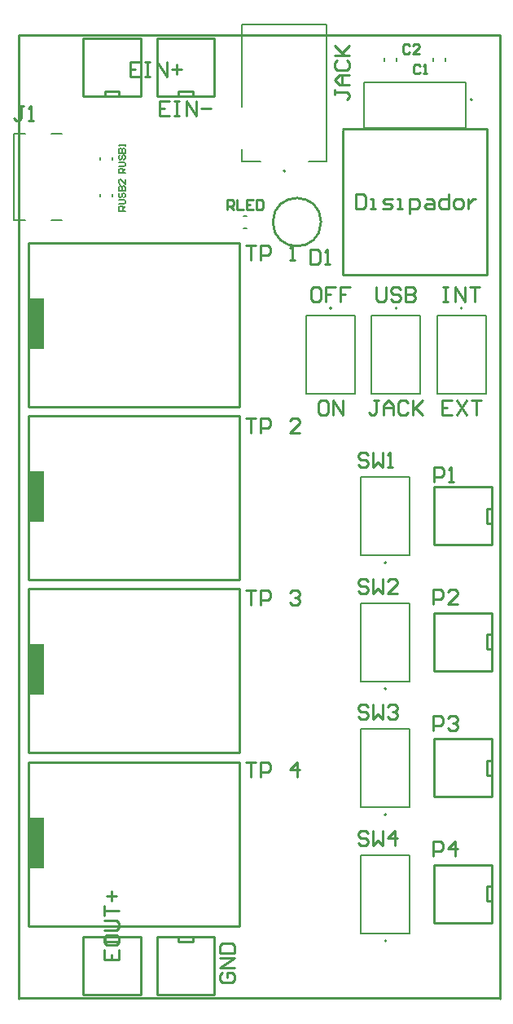
<source format=gbr>
G04*
G04 #@! TF.GenerationSoftware,Altium Limited,Altium Designer,24.2.2 (26)*
G04*
G04 Layer_Color=65535*
%FSLAX44Y44*%
%MOMM*%
G71*
G04*
G04 #@! TF.SameCoordinates,D122A20A-D054-46DF-A371-D1266C08E9A0*
G04*
G04*
G04 #@! TF.FilePolarity,Positive*
G04*
G01*
G75*
%ADD10C,0.2000*%
%ADD11C,0.2540*%
%ADD12C,0.1270*%
%ADD13C,0.1524*%
%ADD14C,0.1500*%
%ADD15R,1.6510X5.3340*%
D10*
X393000Y717550D02*
G03*
X393000Y717550I-1000J0D01*
G01*
X382000Y453182D02*
G03*
X382000Y453182I-1000J0D01*
G01*
X277000Y859999D02*
G03*
X277000Y859999I-1000J0D01*
G01*
X461000Y717550D02*
G03*
X461000Y717550I-1000J0D01*
G01*
X325000D02*
G03*
X325000Y717550I-1000J0D01*
G01*
X382000Y60662D02*
G03*
X382000Y60662I-1000J0D01*
G01*
Y191502D02*
G03*
X382000Y191502I-1000J0D01*
G01*
Y322342D02*
G03*
X382000Y322342I-1000J0D01*
G01*
X471100Y934000D02*
G03*
X471100Y934000I-1000J0D01*
G01*
D11*
X314000Y807000D02*
G03*
X314000Y807000I-25000J0D01*
G01*
X500000Y794D02*
Y1000794D01*
X0Y1000D02*
X500000D01*
X0Y1000999D02*
X500000D01*
X336460Y752382D02*
Y902382D01*
Y752382D02*
X486208D01*
Y903608D01*
X336834D02*
X486208D01*
X0Y794D02*
Y1000794D01*
X143300Y998000D02*
X203300D01*
Y938000D02*
Y998000D01*
X143300Y938000D02*
X203300D01*
X143300D02*
Y998000D01*
X165800Y938000D02*
Y943000D01*
X180800D01*
Y938000D02*
Y943000D01*
X66743Y5000D02*
X126743D01*
X66743D02*
Y65000D01*
X126743D01*
Y5000D02*
Y65000D01*
X104243Y60000D02*
Y65000D01*
X89243Y60000D02*
X104243D01*
X89243D02*
Y65000D01*
X143300Y5000D02*
X203300D01*
X143300D02*
Y65000D01*
X203300D01*
Y5000D02*
Y65000D01*
X180800Y60000D02*
Y65000D01*
X165800Y60000D02*
X180800D01*
X165800D02*
Y65000D01*
X66743Y998000D02*
X126743D01*
Y938000D02*
Y998000D01*
X66743Y938000D02*
X126743D01*
X66743D02*
Y998000D01*
X89243Y938000D02*
Y943000D01*
X104243D01*
Y938000D02*
Y943000D01*
X9500Y76142D02*
X229500D01*
X9500D02*
Y246142D01*
X229500D01*
Y76142D02*
Y246142D01*
Y255928D02*
Y425928D01*
X9500D02*
X229500D01*
X9500Y255928D02*
Y425928D01*
Y255928D02*
X229500D01*
Y435714D02*
Y605713D01*
X9500D02*
X229500D01*
X9500Y435714D02*
Y605713D01*
Y435714D02*
X229500D01*
X486500Y247720D02*
X491500D01*
X486500Y232720D02*
Y247720D01*
Y232720D02*
X491500D01*
X431500Y210220D02*
X491500D01*
Y270220D01*
X431500D02*
X491500D01*
X431500Y210220D02*
Y270220D01*
X486500Y378560D02*
X491500D01*
X486500Y363559D02*
Y378560D01*
Y363559D02*
X491500D01*
X431500Y341060D02*
X491500D01*
Y401060D01*
X431500D02*
X491500D01*
X431500Y341060D02*
Y401060D01*
Y471900D02*
Y531900D01*
X491500D01*
Y471900D02*
Y531900D01*
X431500Y471900D02*
X491500D01*
X486500Y494399D02*
X491500D01*
X486500D02*
Y509400D01*
X491500D01*
X229500Y615500D02*
Y785499D01*
X9500D02*
X229500D01*
X9500Y615500D02*
Y785499D01*
Y615500D02*
X229500D01*
X431500Y79380D02*
Y139380D01*
X491500D01*
Y79380D02*
Y139380D01*
X431500Y79380D02*
X491500D01*
X486500Y101880D02*
X491500D01*
X486500D02*
Y116880D01*
X491500D01*
X440956Y739775D02*
X446035D01*
X443495D01*
Y724540D01*
X440956D01*
X446035D01*
X453652D02*
Y739775D01*
X463809Y724540D01*
Y739775D01*
X468887D02*
X479044D01*
X473965D01*
Y724540D01*
X371687Y739775D02*
Y727079D01*
X374226Y724540D01*
X379304D01*
X381843Y727079D01*
Y739775D01*
X397078Y737236D02*
X394539Y739775D01*
X389461D01*
X386922Y737236D01*
Y734697D01*
X389461Y732158D01*
X394539D01*
X397078Y729618D01*
Y727079D01*
X394539Y724540D01*
X389461D01*
X386922Y727079D01*
X402157Y739775D02*
Y724540D01*
X409774D01*
X412313Y727079D01*
Y729618D01*
X409774Y732158D01*
X402157D01*
X409774D01*
X412313Y734697D01*
Y737236D01*
X409774Y739775D01*
X402157D01*
X311304D02*
X306226D01*
X303687Y737236D01*
Y727079D01*
X306226Y724540D01*
X311304D01*
X313843Y727079D01*
Y737236D01*
X311304Y739775D01*
X329078D02*
X318922D01*
Y732158D01*
X324000D01*
X318922D01*
Y724540D01*
X344314Y739775D02*
X334157D01*
Y732158D01*
X339235D01*
X334157D01*
Y724540D01*
X449843Y621775D02*
X439687D01*
Y606540D01*
X449843D01*
X439687Y614157D02*
X444765D01*
X454922Y621775D02*
X465078Y606540D01*
Y621775D02*
X454922Y606540D01*
X470157Y621775D02*
X480313D01*
X475235D01*
Y606540D01*
X374226Y621775D02*
X369147D01*
X371687D01*
Y609079D01*
X369147Y606540D01*
X366608D01*
X364069Y609079D01*
X379304Y606540D02*
Y616697D01*
X384383Y621775D01*
X389461Y616697D01*
Y606540D01*
Y614157D01*
X379304D01*
X404696Y619236D02*
X402157Y621775D01*
X397078D01*
X394539Y619236D01*
Y609079D01*
X397078Y606540D01*
X402157D01*
X404696Y609079D01*
X409774Y621775D02*
Y606540D01*
Y611618D01*
X419931Y621775D01*
X412313Y614157D01*
X419931Y606540D01*
X318932Y621775D02*
X313854D01*
X311315Y619236D01*
Y609079D01*
X313854Y606540D01*
X318932D01*
X321471Y609079D01*
Y619236D01*
X318932Y621775D01*
X326550Y606540D02*
Y621775D01*
X336706Y606540D01*
Y621775D01*
X350000Y836235D02*
Y821000D01*
X357617D01*
X360157Y823539D01*
Y833696D01*
X357617Y836235D01*
X350000D01*
X365235Y821000D02*
X370313D01*
X367774D01*
Y831157D01*
X365235D01*
X377931Y821000D02*
X385549D01*
X388088Y823539D01*
X385549Y826078D01*
X380470D01*
X377931Y828617D01*
X380470Y831157D01*
X388088D01*
X393166Y821000D02*
X398244D01*
X395705D01*
Y831157D01*
X393166D01*
X405862Y815922D02*
Y831157D01*
X413479D01*
X416019Y828617D01*
Y823539D01*
X413479Y821000D01*
X405862D01*
X423636Y831157D02*
X428714D01*
X431254Y828617D01*
Y821000D01*
X423636D01*
X421097Y823539D01*
X423636Y826078D01*
X431254D01*
X446489Y836235D02*
Y821000D01*
X438871D01*
X436332Y823539D01*
Y828617D01*
X438871Y831157D01*
X446489D01*
X454106Y821000D02*
X459185D01*
X461724Y823539D01*
Y828617D01*
X459185Y831157D01*
X454106D01*
X451567Y828617D01*
Y823539D01*
X454106Y821000D01*
X466802Y831157D02*
Y821000D01*
Y826078D01*
X469341Y828617D01*
X471880Y831157D01*
X474420D01*
X211764Y27696D02*
X209225Y25157D01*
Y20079D01*
X211764Y17540D01*
X221921D01*
X224460Y20079D01*
Y25157D01*
X221921Y27696D01*
X216842D01*
Y22618D01*
X224460Y32775D02*
X209225D01*
X224460Y42931D01*
X209225D01*
Y48010D02*
X224460D01*
Y55627D01*
X221921Y58166D01*
X211764D01*
X209225Y55627D01*
Y48010D01*
X4394Y927715D02*
X-684D01*
X1855D01*
Y915019D01*
X-684Y912480D01*
X-3223D01*
X-5763Y915019D01*
X9472Y912480D02*
X14551D01*
X12012D01*
Y927715D01*
X9472Y925175D01*
X328382Y944226D02*
Y939147D01*
Y941687D01*
X341078D01*
X343618Y939147D01*
Y936608D01*
X341078Y934069D01*
X343618Y949304D02*
X333461D01*
X328382Y954382D01*
X333461Y959461D01*
X343618D01*
X336000D01*
Y949304D01*
X330922Y974696D02*
X328382Y972157D01*
Y967078D01*
X330922Y964539D01*
X341078D01*
X343618Y967078D01*
Y972157D01*
X341078Y974696D01*
X328382Y979774D02*
X343618D01*
X338539D01*
X328382Y989931D01*
X336000Y982313D01*
X343618Y989931D01*
X363217Y172418D02*
X360677Y174957D01*
X355599D01*
X353060Y172418D01*
Y169879D01*
X355599Y167339D01*
X360677D01*
X363217Y164800D01*
Y162261D01*
X360677Y159722D01*
X355599D01*
X353060Y162261D01*
X368295Y174957D02*
Y159722D01*
X373373Y164800D01*
X378452Y159722D01*
Y174957D01*
X391148Y159722D02*
Y174957D01*
X383530Y167339D01*
X393687D01*
X363185Y303244D02*
X360645Y305783D01*
X355567D01*
X353028Y303244D01*
Y300705D01*
X355567Y298165D01*
X360645D01*
X363185Y295626D01*
Y293087D01*
X360645Y290548D01*
X355567D01*
X353028Y293087D01*
X368263Y305783D02*
Y290548D01*
X373341Y295626D01*
X378420Y290548D01*
Y305783D01*
X383498Y303244D02*
X386037Y305783D01*
X391116D01*
X393655Y303244D01*
Y300705D01*
X391116Y298165D01*
X388577D01*
X391116D01*
X393655Y295626D01*
Y293087D01*
X391116Y290548D01*
X386037D01*
X383498Y293087D01*
X363217Y434326D02*
X360677Y436865D01*
X355599D01*
X353060Y434326D01*
Y431786D01*
X355599Y429247D01*
X360677D01*
X363217Y426708D01*
Y424169D01*
X360677Y421630D01*
X355599D01*
X353060Y424169D01*
X368295Y436865D02*
Y421630D01*
X373373Y426708D01*
X378452Y421630D01*
Y436865D01*
X393687Y421630D02*
X383530D01*
X393687Y431786D01*
Y434326D01*
X391148Y436865D01*
X386069D01*
X383530Y434326D01*
X363169Y564974D02*
X360630Y567513D01*
X355551D01*
X353012Y564974D01*
Y562435D01*
X355551Y559895D01*
X360630D01*
X363169Y557356D01*
Y554817D01*
X360630Y552278D01*
X355551D01*
X353012Y554817D01*
X368247Y567513D02*
Y552278D01*
X373325Y557356D01*
X378404Y552278D01*
Y567513D01*
X383482Y552278D02*
X388560D01*
X386021D01*
Y567513D01*
X383482Y564974D01*
X125539Y973617D02*
X115382D01*
Y958382D01*
X125539D01*
X115382Y966000D02*
X120461D01*
X130617Y973617D02*
X135696D01*
X133156D01*
Y958382D01*
X130617D01*
X135696D01*
X143313D02*
Y973617D01*
X153470Y958382D01*
Y973617D01*
X158548Y966000D02*
X168705D01*
X163626Y971078D02*
Y960922D01*
X156495Y932617D02*
X146339D01*
Y917383D01*
X156495D01*
X146339Y925000D02*
X151417D01*
X161574Y932617D02*
X166652D01*
X164113D01*
Y917383D01*
X161574D01*
X166652D01*
X174270D02*
Y932617D01*
X184426Y917383D01*
Y932617D01*
X189505Y925000D02*
X199661D01*
X88869Y51608D02*
Y41451D01*
X104105D01*
Y51608D01*
X96487Y41451D02*
Y46529D01*
X88869Y64304D02*
Y59225D01*
X91409Y56686D01*
X101565D01*
X104105Y59225D01*
Y64304D01*
X101565Y66843D01*
X91409D01*
X88869Y64304D01*
Y71921D02*
X101565D01*
X104105Y74461D01*
Y79539D01*
X101565Y82078D01*
X88869D01*
Y87156D02*
Y97313D01*
Y92235D01*
X104105D01*
X96487Y102391D02*
Y112548D01*
X91409Y107470D02*
X101565D01*
X216673Y820002D02*
Y829998D01*
X221671D01*
X223337Y828332D01*
Y825000D01*
X221671Y823334D01*
X216673D01*
X220005D02*
X223337Y820002D01*
X226669Y829998D02*
Y820002D01*
X233334D01*
X243331Y829998D02*
X236666D01*
Y820002D01*
X243331D01*
X236666Y825000D02*
X239998D01*
X246663Y829998D02*
Y820002D01*
X251661D01*
X253327Y821668D01*
Y828332D01*
X251661Y829998D01*
X246663D01*
X406334Y990332D02*
X404668Y991998D01*
X401335D01*
X399669Y990332D01*
Y983668D01*
X401335Y982002D01*
X404668D01*
X406334Y983668D01*
X416331Y982002D02*
X409666D01*
X416331Y988666D01*
Y990332D01*
X414664Y991998D01*
X411332D01*
X409666Y990332D01*
X417000Y969332D02*
X415334Y970998D01*
X412002D01*
X410336Y969332D01*
Y962668D01*
X412002Y961002D01*
X415334D01*
X417000Y962668D01*
X420332Y961002D02*
X423665D01*
X421998D01*
Y970998D01*
X420332Y969332D01*
X236069Y245617D02*
X246226D01*
X241147D01*
Y230382D01*
X251304D02*
Y245617D01*
X258922D01*
X261461Y243078D01*
Y237999D01*
X258922Y235460D01*
X251304D01*
X289392Y230382D02*
Y245617D01*
X281774Y237999D01*
X291931D01*
X236069Y424950D02*
X246226D01*
X241147D01*
Y409715D01*
X251304D02*
Y424950D01*
X258922D01*
X261461Y422411D01*
Y417333D01*
X258922Y414794D01*
X251304D01*
X281774Y422411D02*
X284314Y424950D01*
X289392D01*
X291931Y422411D01*
Y419872D01*
X289392Y417333D01*
X286853D01*
X289392D01*
X291931Y414794D01*
Y412254D01*
X289392Y409715D01*
X284314D01*
X281774Y412254D01*
X236069Y603284D02*
X246226D01*
X241147D01*
Y588049D01*
X251304D02*
Y603284D01*
X258922D01*
X261461Y600745D01*
Y595666D01*
X258922Y593127D01*
X251304D01*
X291931Y588049D02*
X281774D01*
X291931Y598205D01*
Y600745D01*
X289392Y603284D01*
X284314D01*
X281774Y600745D01*
X235608Y782617D02*
X245765D01*
X240687D01*
Y767382D01*
X250843D02*
Y782617D01*
X258461D01*
X261000Y780078D01*
Y775000D01*
X258461Y772460D01*
X250843D01*
X281313Y767382D02*
X286392D01*
X283853D01*
Y782617D01*
X281313Y780078D01*
X430784Y148194D02*
Y163429D01*
X438401D01*
X440941Y160889D01*
Y155811D01*
X438401Y153272D01*
X430784D01*
X453637Y148194D02*
Y163429D01*
X446019Y155811D01*
X456176D01*
X430784Y279132D02*
Y294367D01*
X438401D01*
X440941Y291828D01*
Y286749D01*
X438401Y284210D01*
X430784D01*
X446019Y291828D02*
X448558Y294367D01*
X453637D01*
X456176Y291828D01*
Y289288D01*
X453637Y286749D01*
X451097D01*
X453637D01*
X456176Y284210D01*
Y281671D01*
X453637Y279132D01*
X448558D01*
X446019Y281671D01*
X430784Y410070D02*
Y425305D01*
X438401D01*
X440941Y422766D01*
Y417687D01*
X438401Y415148D01*
X430784D01*
X456176Y410070D02*
X446019D01*
X456176Y420226D01*
Y422766D01*
X453637Y425305D01*
X448558D01*
X446019Y422766D01*
X431343Y537582D02*
Y552817D01*
X438961D01*
X441500Y550278D01*
Y545200D01*
X438961Y542660D01*
X431343D01*
X446578Y537582D02*
X451657D01*
X449118D01*
Y552817D01*
X446578Y550278D01*
X302843Y778617D02*
Y763382D01*
X310461D01*
X313000Y765921D01*
Y776078D01*
X310461Y778617D01*
X302843D01*
X318078Y763382D02*
X323157D01*
X320618D01*
Y778617D01*
X318078Y776078D01*
D12*
X84500Y871500D02*
Y874500D01*
X97500Y871500D02*
Y874500D01*
Y833500D02*
Y836500D01*
X84500Y833500D02*
Y836500D01*
X-5671Y809300D02*
Y898700D01*
X33829Y809300D02*
X44829D01*
X-5671D02*
X6829D01*
X33829Y898700D02*
X44829D01*
X-5671D02*
X6829D01*
X366600Y628750D02*
X417400D01*
X366600Y710050D02*
X417400D01*
Y628750D02*
Y710050D01*
X366600Y628750D02*
Y710050D01*
X355600Y541982D02*
X406400D01*
X355600Y460682D02*
X406400D01*
X355600D02*
Y541982D01*
X406400Y460682D02*
Y541982D01*
X232000Y869750D02*
Y882299D01*
Y869750D02*
X250800D01*
X232000Y926700D02*
Y1011899D01*
X320000D01*
Y869750D02*
Y1011899D01*
X301200Y869750D02*
X320000D01*
X392500Y974500D02*
Y977500D01*
X379500Y974500D02*
Y977500D01*
X443500Y974500D02*
Y977500D01*
X430500Y974500D02*
Y977500D01*
X233500Y813501D02*
X236500D01*
X233500Y800500D02*
X236500D01*
X434600Y628750D02*
X485400D01*
X434600Y710050D02*
X485400D01*
Y628750D02*
Y710050D01*
X434600Y628750D02*
Y710050D01*
X298600Y628750D02*
X349400D01*
X298600Y710050D02*
X349400D01*
Y628750D02*
Y710050D01*
X298600Y628750D02*
Y710050D01*
X355600Y149462D02*
X406400D01*
X355600Y68162D02*
X406400D01*
X355600D02*
Y149462D01*
X406400Y68162D02*
Y149462D01*
X355600Y280302D02*
X406400D01*
X355600Y199002D02*
X406400D01*
X355600D02*
Y280302D01*
X406400Y199002D02*
Y280302D01*
X355600Y411142D02*
X406400D01*
X355600Y329842D02*
X406400D01*
X355600D02*
Y411142D01*
X406400Y329842D02*
Y411142D01*
D13*
X464300Y905000D02*
Y952000D01*
X358900Y905000D02*
X464300D01*
X358900D02*
Y952000D01*
X464300D01*
D14*
X110499Y857838D02*
X103501D01*
Y861337D01*
X104667Y862503D01*
X107000D01*
X108166Y861337D01*
Y857838D01*
Y860171D02*
X110499Y862503D01*
X103501Y864836D02*
X109333D01*
X110499Y866002D01*
Y868335D01*
X109333Y869501D01*
X103501D01*
X104667Y876499D02*
X103501Y875333D01*
Y873000D01*
X104667Y871834D01*
X105834D01*
X107000Y873000D01*
Y875333D01*
X108166Y876499D01*
X109333D01*
X110499Y875333D01*
Y873000D01*
X109333Y871834D01*
X103501Y878831D02*
X110499D01*
Y882330D01*
X109333Y883497D01*
X108166D01*
X107000Y882330D01*
Y878831D01*
Y882330D01*
X105834Y883497D01*
X104667D01*
X103501Y882330D01*
Y878831D01*
X110499Y885829D02*
Y888162D01*
Y886995D01*
X103501D01*
X104667Y885829D01*
X110499Y818672D02*
X103501D01*
Y822171D01*
X104667Y823337D01*
X107000D01*
X108166Y822171D01*
Y818672D01*
Y821004D02*
X110499Y823337D01*
X103501Y825670D02*
X109333D01*
X110499Y826836D01*
Y829168D01*
X109333Y830335D01*
X103501D01*
X104667Y837333D02*
X103501Y836166D01*
Y833834D01*
X104667Y832667D01*
X105834D01*
X107000Y833834D01*
Y836166D01*
X108166Y837333D01*
X109333D01*
X110499Y836166D01*
Y833834D01*
X109333Y832667D01*
X103501Y839665D02*
X110499D01*
Y843164D01*
X109333Y844330D01*
X108166D01*
X107000Y843164D01*
Y839665D01*
Y843164D01*
X105834Y844330D01*
X104667D01*
X103501Y843164D01*
Y839665D01*
X110499Y851328D02*
Y846663D01*
X105834Y851328D01*
X104667D01*
X103501Y850162D01*
Y847829D01*
X104667Y846663D01*
D15*
X17755Y162502D02*
D03*
Y342291D02*
D03*
Y522068D02*
D03*
X17750Y701859D02*
D03*
M02*

</source>
